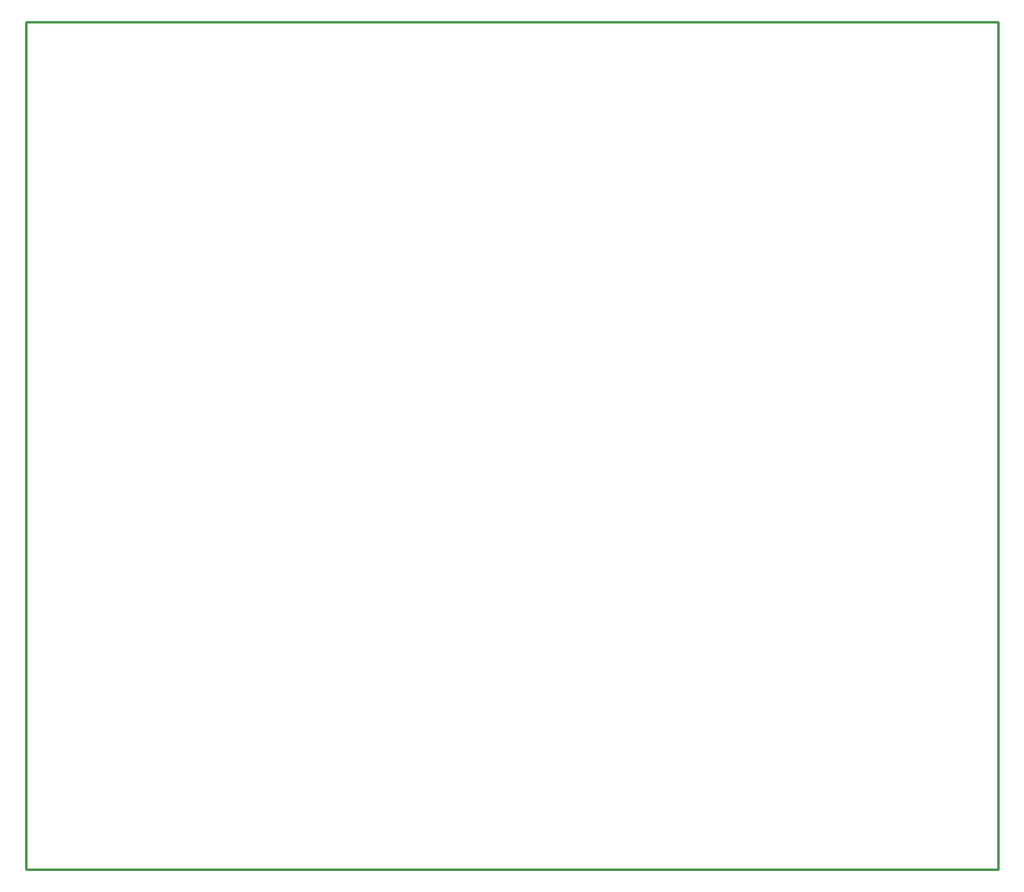
<source format=gbr>
G04 EAGLE Gerber RS-274X export*
G75*
%MOMM*%
%FSLAX34Y34*%
%LPD*%
%IN*%
%IPPOS*%
%AMOC8*
5,1,8,0,0,1.08239X$1,22.5*%
G01*
%ADD10C,0.254000*%


D10*
X0Y0D02*
X1015800Y0D01*
X1015800Y885700D01*
X0Y885700D01*
X0Y0D01*
M02*

</source>
